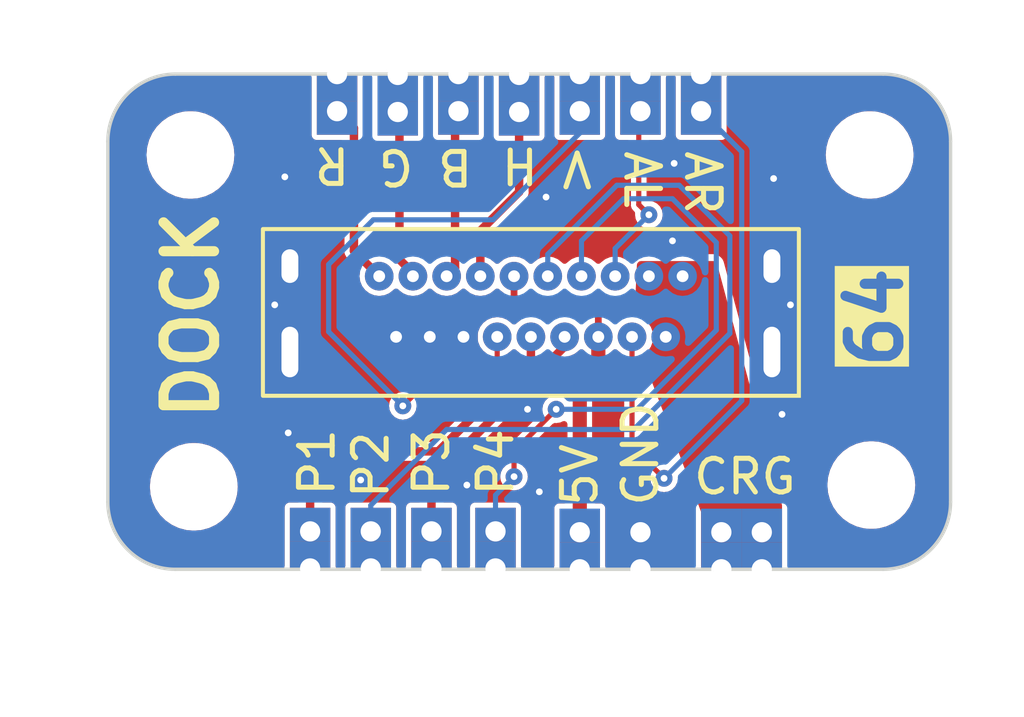
<source format=kicad_pcb>
(kicad_pcb (version 20221018) (generator pcbnew)
  (layers (0 "F.Cu" signal) (31 "B.Cu" signal) (34 "B.Paste" user) (35 "F.Paste" user) (36 "B.SilkS" user "B.Silkscreen") (37 "F.SilkS" user "F.Silkscreen") (38 "B.Mask" user) (39 "F.Mask" user) (44 "Edge.Cuts" user))
  (net 0 "")
  (net 1 "R")
  (net 2 "GND")
  (net 3 "G")
  (net 4 "B")
  (net 5 "H")
  (net 6 "V")
  (net 7 "5v")
  (net 8 "C1")
  (net 9 "C2")
  (net 10 "C3")
  (net 11 "C4")
  (net 12 "AL")
  (net 13 "AR")
  (net 14 "CHARGE")
  (footprint "MountingHole:MountingHole_2.2mm_M2" (layer "F.Cu") (at 133.45 90.9)
    (fp_text reference "H3" hide)
    (fp_text value "MountingHole" hide)
    (pad "" np_thru_hole circle (at 0 0) (size 2.2 2.2) (drill 2.2) (layers "*.Cu" "*.Mask"))
  )
  (footprint "nold-customs:CasPowerPad 2x1" (layer "F.Cu") (at 118.6 93.375 90)
    (fp_text reference "R6" hide)
    (fp_text value "P2" (at 2 0 90 unlocked) (layer "F.SilkS") (effects (justify left)))
    (pad "1" thru_hole rect (at 0 0 90) (size 0.8 1.2) (drill 0.6 (offset 0.4 0)) (property pad_prop_castellated) (layers "*.Cu" "*.Mask") (net 9 "C2"))
    (pad "1" thru_hole rect (at 1.1 0 90) (size 1 1.2) (drill 0.6 (offset 0.2 0)) (property pad_prop_castellated) (layers "*.Cu" "*.Mask") (net 9 "C2"))
  )
  (footprint "nold-customs:CasPowerPad 2x1" (layer "F.Cu") (at 128.4 78.7 -90)
    (fp_text reference "R10" hide)
    (fp_text value "AR" (at 2.2 -0.05 -90 unlocked) (layer "F.SilkS") (effects (justify left)))
    (pad "1" thru_hole rect (at 0 0 270) (size 0.8 1.2) (drill 0.6 (offset 0.4 0)) (property pad_prop_castellated) (layers "*.Cu" "*.Mask") (net 13 "AR"))
    (pad "1" thru_hole rect (at 1.1 0 270) (size 1 1.2) (drill 0.6 (offset 0.2 0)) (property pad_prop_castellated) (layers "*.Cu" "*.Mask") (net 13 "AR"))
  )
  (footprint "nold-customs:HDMI Male Type-A Elecbee" (layer "F.Cu") (at 123.35 86.55)
    (fp_text reference "J1" hide)
    (fp_text value "SS-53000-001")
    (fp_rect (start 7.95 1.7) (end -7.95 -3.25) (stroke (width 0.12)) (fill none) (layer "F.SilkS"))
    (pad "1" thru_hole circle (at -4.5 -1.85 90) (size 0.85 0.85) (drill 0.35) (layers "*.Cu" "*.Mask") (net 1 "R"))
    (pad "2" thru_hole circle (at -4 -0.05 90) (size 0.85 0.85) (drill 0.35) (layers "*.Cu" "*.Mask") (net 2 "GND"))
    (pad "3" thru_hole circle (at -3.5 -1.85 90) (size 0.85 0.85) (drill 0.35) (layers "*.Cu" "*.Mask") (net 3 "G"))
    (pad "4" thru_hole circle (at -3 -0.05 90) (size 0.85 0.85) (drill 0.35) (layers "*.Cu" "*.Mask") (net 2 "GND"))
    (pad "5" thru_hole circle (at -2.5 -1.85 90) (size 0.85 0.85) (drill 0.35) (layers "*.Cu" "*.Mask") (net 4 "B"))
    (pad "6" thru_hole circle (at -2 -0.05 90) (size 0.85 0.85) (drill 0.35) (layers "*.Cu" "*.Mask") (net 2 "GND"))
    (pad "7" thru_hole circle (at -1.5 -1.85 90) (size 0.85 0.85) (drill 0.35) (layers "*.Cu" "*.Mask") (net 5 "H"))
    (pad "8" thru_hole circle (at -1 -0.05 90) (size 0.85 0.85) (drill 0.35) (layers "*.Cu" "*.Mask") (net 6 "V"))
    (pad "9" thru_hole circle (at -0.5 -1.85 90) (size 0.85 0.85) (drill 0.35) (layers "*.Cu" "*.Mask") (net 7 "5v"))
    (pad "10" thru_hole circle (at 0 -0.05 90) (size 0.85 0.85) (drill 0.35) (layers "*.Cu" "*.Mask") (net 8 "C1"))
    (pad "11" thru_hole circle (at 0.5 -1.85 90) (size 0.85 0.85) (drill 0.35) (layers "*.Cu" "*.Mask") (net 9 "C2"))
    (pad "12" thru_hole circle (at 1 -0.05 90) (size 0.85 0.85) (drill 0.35) (layers "*.Cu" "*.Mask") (net 10 "C3"))
    (pad "13" thru_hole circle (at 1.5 -1.85 90) (size 0.85 0.85) (drill 0.35) (layers "*.Cu" "*.Mask") (net 11 "C4"))
    (pad "14" thru_hole circle (at 2 -0.05 90) (size 0.85 0.85) (drill 0.35) (layers "*.Cu" "*.Mask") (net 7 "5v"))
    (pad "15" thru_hole circle (at 2.5 -1.85 90) (size 0.85 0.85) (drill 0.35) (layers "*.Cu" "*.Mask") (net 12 "AL"))
    (pad "16" thru_hole circle (at 3 -0.05 90) (size 0.85 0.85) (drill 0.35) (layers "*.Cu" "*.Mask") (net 13 "AR"))
    (pad "17" thru_hole circle (at 3.5 -1.85 90) (size 0.85 0.85) (drill 0.35) (layers "*.Cu" "*.Mask") (net 14 "CHARGE"))
    (pad "18" thru_hole circle (at 4 -0.05 90) (size 0.85 0.85) (drill 0.35) (layers "*.Cu" "*.Mask") (net 14 "CHARGE"))
    (pad "19" thru_hole circle (at 4.5 -1.85 90) (size 0.85 0.85) (drill 0.35) (layers "*.Cu" "*.Mask") (net 14 "CHARGE"))
    (pad "S1" thru_hole oval (at 7.15 0.4 270) (size 2 1) (drill oval 1.5 0.5) (layers "*.Cu" "*.Mask") (net 2 "GND"))
    (pad "S2" thru_hole oval (at 7.15 -2.15 90) (size 1.5 1) (drill oval 1 0.5) (layers "*.Cu" "*.Mask") (net 2 "GND"))
    (pad "S3" thru_hole oval (at -7.15 0.4 90) (size 2 1) (drill oval 1.5 0.5) (layers "*.Cu" "*.Mask") (net 2 "GND"))
    (pad "S4" thru_hole oval (at -7.15 -2.15 90) (size 1.5 1) (drill oval 1 0.5) (layers "*.Cu" "*.Mask") (net 2 "GND"))
  )
  (footprint "nold-customs:CasPowerPad 2x1" (layer "F.Cu") (at 122.3 93.375 90)
    (fp_text reference "R8" hide)
    (fp_text value "P4" (at 2.075 0 90 unlocked) (layer "F.SilkS") (effects (justify left)))
    (pad "1" thru_hole rect (at 0 0 90) (size 0.8 1.2) (drill 0.6 (offset 0.4 0)) (property pad_prop_castellated) (layers "*.Cu" "*.Mask") (net 11 "C4"))
    (pad "1" thru_hole rect (at 1.1 0 90) (size 1 1.2) (drill 0.6 (offset 0.2 0)) (property pad_prop_castellated) (layers "*.Cu" "*.Mask") (net 11 "C4"))
  )
  (footprint "nold-customs:CasPowerPad 2x1" (layer "F.Cu") (at 116.8 93.375 90)
    (fp_text reference "R5" hide)
    (fp_text value "P1" (at 2.075 0.2 90 unlocked) (layer "F.SilkS") (effects (justify left)))
    (pad "1" thru_hole rect (at 0 0 90) (size 0.8 1.2) (drill 0.6 (offset 0.4 0)) (property pad_prop_castellated) (layers "*.Cu" "*.Mask") (net 8 "C1"))
    (pad "1" thru_hole rect (at 1.1 0 90) (size 1 1.2) (drill 0.6 (offset 0.2 0)) (property pad_prop_castellated) (layers "*.Cu" "*.Mask") (net 8 "C1"))
  )
  (footprint "MountingHole:MountingHole_2.2mm_M2" (layer "F.Cu") (at 133.4 81.1)
    (fp_text reference "H4" hide)
    (fp_text value "MountingHole" hide)
    (pad "" np_thru_hole circle (at 0 0) (size 2.2 2.2) (drill 2.2) (layers "*.Cu" "*.Mask"))
  )
  (footprint "MountingHole:MountingHole_2.2mm_M2" (layer "F.Cu") (at 113.35 90.95)
    (fp_text reference "H2" hide)
    (fp_text value "MountingHole" hide)
    (pad "" np_thru_hole circle (at 0 0) (size 2.2 2.2) (drill 2.2) (layers "*.Cu" "*.Mask"))
  )
  (footprint "nold-customs:CasPowerPad 2x1" (layer "F.Cu") (at 126.6 78.7 -90)
    (fp_text reference "R9" hide)
    (fp_text value "AL" (at 2.2 -0.05 -90 unlocked) (layer "F.SilkS") (effects (justify left)))
    (pad "1" thru_hole rect (at 0 0 270) (size 0.8 1.2) (drill 0.6 (offset 0.4 0)) (property pad_prop_castellated) (layers "*.Cu" "*.Mask") (net 12 "AL"))
    (pad "1" thru_hole rect (at 1.1 0 270) (size 1 1.2) (drill 0.6 (offset 0.2 0)) (property pad_prop_castellated) (layers "*.Cu" "*.Mask") (net 12 "AL"))
  )
  (footprint "nold-customs:CasPowerPad 2x1" (layer "F.Cu") (at 120.4 93.375 90)
    (fp_text reference "R7" hide)
    (fp_text value "P3" (at 2.075 0 90 unlocked) (layer "F.SilkS") (effects (justify left)))
    (pad "1" thru_hole rect (at 0 0 90) (size 0.8 1.2) (drill 0.6 (offset 0.4 0)) (property pad_prop_castellated) (layers "*.Cu" "*.Mask") (net 10 "C3"))
    (pad "1" thru_hole rect (at 1.1 0 90) (size 1 1.2) (drill 0.6 (offset 0.2 0)) (property pad_prop_castellated) (layers "*.Cu" "*.Mask") (net 10 "C3"))
  )
  (footprint "nold-customs:CasPowerPad 2x1" (layer "F.Cu") (at 117.6 78.7 -90)
    (fp_text reference "R13" hide)
    (fp_text value "R" (at 2.7 -0.45 -180 unlocked) (layer "F.SilkS") (effects (justify left)))
    (pad "1" thru_hole rect (at 0 0 270) (size 0.8 1.2) (drill 0.6 (offset 0.4 0)) (property pad_prop_castellated) (layers "*.Cu" "*.Mask") (net 1 "R"))
    (pad "1" thru_hole rect (at 1.1 0 270) (size 1 1.2) (drill 0.6 (offset 0.2 0)) (property pad_prop_castellated) (layers "*.Cu" "*.Mask") (net 1 "R"))
  )
  (footprint "nold-customs:CasPowerPad 2x1" (layer "F.Cu") (at 123 78.725 -90)
    (fp_text reference "R3" hide)
    (fp_text value "H" (at 2.775 0.6 unlocked) (layer "F.SilkS") (effects (justify left)))
    (pad "1" thru_hole rect (at 0 0 270) (size 0.8 1.2) (drill 0.6 (offset 0.4 0)) (property pad_prop_castellated) (layers "*.Cu" "*.Mask") (net 5 "H"))
    (pad "1" thru_hole rect (at 1.1 0 270) (size 1 1.2) (drill 0.6 (offset 0.2 0)) (property pad_prop_castellated) (layers "*.Cu" "*.Mask") (net 5 "H"))
  )
  (footprint "nold-customs:CasPowerPad 2x1" (layer "F.Cu") (at 124.8 93.4 90)
    (fp_text reference "R12" hide)
    (fp_text value "5V" (at 1.8 0 90 unlocked) (layer "F.SilkS") (effects (justify left)))
    (pad "1" thru_hole rect (at 0 0 90) (size 0.8 1.2) (drill 0.6 (offset 0.4 0)) (property pad_prop_castellated) (layers "*.Cu" "*.Mask") (net 7 "5v"))
    (pad "1" thru_hole rect (at 1.1 0 90) (size 1 1.2) (drill 0.6 (offset 0.2 0)) (property pad_prop_castellated) (layers "*.Cu" "*.Mask") (net 7 "5v"))
  )
  (footprint "nold-customs:CasPowerPad 2x1" (layer "F.Cu") (at 126.6 93.4 90)
    (fp_text reference "R11" hide)
    (fp_text value "GND" (at 1.8 0 90 unlocked) (layer "F.SilkS") (effects (justify left)))
    (pad "1" thru_hole rect (at 0 0 90) (size 0.8 1.2) (drill 0.6 (offset 0.4 0)) (property pad_prop_castellated) (layers "*.Cu" "*.Mask") (net 2 "GND"))
    (pad "1" thru_hole rect (at 1.1 0 90) (size 1 1.2) (drill 0.6 (offset 0.2 0)) (property pad_prop_castellated) (layers "*.Cu" "*.Mask") (net 2 "GND"))
  )
  (footprint "MountingHole:MountingHole_2.2mm_M2" (layer "F.Cu") (at 113.25 81.1)
    (fp_text reference "H1" hide)
    (fp_text value "MountingHole" hide)
    (pad "" np_thru_hole circle (at 0 0) (size 2.2 2.2) (drill 2.2) (layers "*.Cu" "*.Mask"))
  )
  (footprint "nold-customs:CasPowerPad 2x1" (layer "F.Cu") (at 121.2 78.7 -90)
    (fp_text reference "R2" hide)
    (fp_text value "B" (at 2.75 -0.5 -180 unlocked) (layer "F.SilkS") (effects (justify left)))
    (pad "1" thru_hole rect (at 0 0 270) (size 0.8 1.2) (drill 0.6 (offset 0.4 0)) (property pad_prop_castellated) (layers "*.Cu" "*.Mask") (net 4 "B"))
    (pad "1" thru_hole rect (at 1.1 0 270) (size 1 1.2) (drill 0.6 (offset 0.2 0)) (property pad_prop_castellated) (layers "*.Cu" "*.Mask") (net 4 "B"))
  )
  (footprint "nold-customs:CasPowerPad 2x2" (layer "F.Cu") (at 129 93.4 90)
    (fp_text reference "U1" hide)
    (fp_text value "CRG" (at 2.75 -0.9 unlocked) (layer "F.SilkS") (effects (justify left)))
    (pad "1" thru_hole rect (at 0 0 90) (size 0.8 1.2) (drill 0.6 (offset 0.4 0)) (property pad_prop_castellated) (layers "*.Cu" "*.Mask") (net 14 "CHARGE"))
    (pad "1" thru_hole rect (at 0 1.2 90) (size 0.8 1.2) (drill 0.6 (offset 0.4 0)) (property pad_prop_castellated) (layers "*.Cu" "*.Mask") (net 14 "CHARGE"))
    (pad "1" thru_hole rect (at 1.1 0 90) (size 1 1.2) (drill 0.6 (offset 0.2 0)) (property pad_prop_castellated) (layers "*.Cu" "*.Mask") (net 14 "CHARGE"))
    (pad "1" thru_hole rect (at 1.1 1.2 90) (size 1 1.2) (drill 0.6 (offset 0.2 0)) (property pad_prop_castellated) (layers "*.Cu" "*.Mask") (net 14 "CHARGE"))
  )
  (footprint "nold-customs:CasPowerPad 2x1" (layer "F.Cu") (at 119.4 78.725 -90)
    (fp_text reference "R1" hide)
    (fp_text value "G" (at 2.725 -0.55 -180 unlocked) (layer "F.SilkS") (effects (justify left)))
    (pad "1" thru_hole rect (at 0 0 270) (size 0.8 1.2) (drill 0.6 (offset 0.4 0)) (property pad_prop_castellated) (layers "*.Cu" "*.Mask") (net 3 "G"))
    (pad "1" thru_hole rect (at 1.1 0 270) (size 1 1.2) (drill 0.6 (offset 0.2 0)) (property pad_prop_castellated) (layers "*.Cu" "*.Mask") (net 3 "G"))
  )
  (footprint "nold-customs:CasPowerPad 2x1" (layer "F.Cu") (at 124.8 78.7 -90)
    (fp_text reference "R4" hide)
    (fp_text value "V" (at 2.8 -0.45 -180 unlocked) (layer "F.SilkS") (effects (justify left)))
    (pad "1" thru_hole rect (at 0 0 270) (size 0.8 1.2) (drill 0.6 (offset 0.4 0)) (property pad_prop_castellated) (layers "*.Cu" "*.Mask") (net 6 "V"))
    (pad "1" thru_hole rect (at 1.1 0 270) (size 1 1.2) (drill 0.6 (offset 0.2 0)) (property pad_prop_castellated) (layers "*.Cu" "*.Mask") (net 6 "V"))
  )
  (gr_line (start 110.8 91.4) (end 110.8 80.7) (stroke (width 0.1)) (layer "Edge.Cuts"))
  (gr_arc (start 110.8 80.7) (mid 111.385786 79.285786) (end 112.8 78.7) (stroke (width 0.1)) (layer "Edge.Cuts"))
  (gr_line (start 112.8 78.7) (end 133.8 78.7) (stroke (width 0.1)) (layer "Edge.Cuts"))
  (gr_line (start 133.8 93.4) (end 112.8 93.4) (stroke (width 0.1)) (layer "Edge.Cuts"))
  (gr_line (start 135.8 80.7) (end 135.8 91.4) (stroke (width 0.1)) (layer "Edge.Cuts"))
  (gr_arc (start 133.8 78.7) (mid 135.214214 79.285786) (end 135.8 80.7) (stroke (width 0.1)) (layer "Edge.Cuts"))
  (gr_arc (start 112.8 93.4) (mid 111.385786 92.814214) (end 110.8 91.4) (stroke (width 0.1)) (layer "Edge.Cuts"))
  (gr_arc (start 135.8 91.4) (mid 135.214214 92.814214) (end 133.8 93.4) (stroke (width 0.1)) (layer "Edge.Cuts"))
  (gr_text "64" (at 134.45 87.55 90) (layer "F.SilkS" knockout) (effects (font (size 1.5 1.5) (thickness 0.3) bold) (justify left bottom)))
  (gr_text "DOCK" (at 114.15 85.85 90) (layer "F.SilkS") (effects (font (size 1.5 1.5) (thickness 0.3) bold) (justify bottom)))
  (segment (start 118.1 83.95) (end 118.1 80.3) (width 0.25) (layer "F.Cu") (net 1))
  (segment (start 118.1 80.3) (end 117.6 79.8) (width 0.25) (layer "F.Cu") (net 1))
  (segment (start 118.85 84.7) (end 118.1 83.95) (width 0.25) (layer "F.Cu") (net 1))
  (via (at 127.6 81.35) (size 0.5) (drill 0.2) (layers "F.Cu" "B.Cu") (net 2))
  (via (at 115.75 85.55) (size 0.5) (drill 0.2) (layers "F.Cu" "B.Cu") (net 2))
  (via (at 131.05 85.55) (size 0.5) (drill 0.2) (layers "F.Cu" "B.Cu") (net 2))
  (via (at 123.6 91.1) (size 0.5) (drill 0.2) (layers "F.Cu" "B.Cu") (net 2))
  (via (at 116.15 89.35) (size 0.5) (drill 0.2) (layers "F.Cu" "B.Cu") (net 2))
  (via (at 130.8 88.8) (size 0.5) (drill 0.2) (layers "F.Cu" "B.Cu") (net 2))
  (via (at 116.05 81.75) (size 0.5) (drill 0.2) (layers "F.Cu" "B.Cu") (net 2))
  (via (at 121.45 90.9) (size 0.5) (drill 0.2) (layers "F.Cu" "B.Cu") (net 2))
  (via (at 127.55 83.65) (size 0.5) (drill 0.2) (layers "F.Cu" "B.Cu") (net 2))
  (via (at 130.55 81.8) (size 0.5) (drill 0.2) (layers "F.Cu" "B.Cu") (net 2))
  (via (at 118.3 90.75) (size 0.5) (drill 0.2) (layers "F.Cu" "B.Cu") (net 2))
  (via (at 123.25 88.65) (size 0.5) (drill 0.2) (layers "F.Cu" "B.Cu") (net 2))
  (via (at 123.8 82.35) (size 0.5) (drill 0.2) (layers "F.Cu" "B.Cu") (net 2))
  (segment (start 119.85 84.603984) (end 119.85 84.7) (width 0.25) (layer "F.Cu") (net 3))
  (segment (start 119.45 84.203984) (end 119.85 84.603984) (width 0.25) (layer "F.Cu") (net 3))
  (segment (start 119.4 79.825) (end 119.45 79.875) (width 0.25) (layer "F.Cu") (net 3))
  (segment (start 119.45 79.875) (end 119.45 84.203984) (width 0.25) (layer "F.Cu") (net 3))
  (segment (start 121.2 79.8) (end 121.1 79.9) (width 0.25) (layer "F.Cu") (net 4))
  (segment (start 121.1 84.45) (end 120.85 84.7) (width 0.25) (layer "F.Cu") (net 4))
  (segment (start 121.1 79.9) (end 121.1 84.45) (width 0.25) (layer "F.Cu") (net 4))
  (segment (start 123 79.825) (end 123 82.2) (width 0.25) (layer "F.Cu") (net 5))
  (segment (start 121.85 83.35) (end 121.85 84.7) (width 0.25) (layer "F.Cu") (net 5))
  (segment (start 123 82.2) (end 121.85 83.35) (width 0.25) (layer "F.Cu") (net 5))
  (segment (start 119.55 88.55) (end 120.5 87.6) (width 0.152) (layer "F.Cu") (net 6))
  (segment (start 120.5 87.6) (end 121.886396 87.6) (width 0.152) (layer "F.Cu") (net 6))
  (segment (start 121.886396 87.6) (end 122.35 87.136396) (width 0.152) (layer "F.Cu") (net 6))
  (segment (start 122.35 87.136396) (end 122.35 86.5) (width 0.152) (layer "F.Cu") (net 6))
  (via (at 119.55 88.55) (size 0.5) (drill 0.2) (layers "F.Cu" "B.Cu") (net 6))
  (segment (start 122.224 83.026) (end 124.8 80.45) (width 0.152) (layer "B.Cu") (net 6))
  (segment (start 117.35 86.35) (end 117.35 84.35) (width 0.152) (layer "B.Cu") (net 6))
  (segment (start 119.55 88.55) (end 117.35 86.35) (width 0.152) (layer "B.Cu") (net 6))
  (segment (start 117.35 84.35) (end 118.674 83.026) (width 0.152) (layer "B.Cu") (net 6))
  (segment (start 124.8 80.45) (end 124.8 79.8) (width 0.152) (layer "B.Cu") (net 6))
  (segment (start 118.674 83.026) (end 122.224 83.026) (width 0.152) (layer "B.Cu") (net 6))
  (segment (start 123.15 85.6) (end 125.086396 85.6) (width 0.2) (layer "F.Cu") (net 7))
  (segment (start 125.35 86.5) (end 125.35 87.65) (width 0.42) (layer "F.Cu") (net 7))
  (segment (start 122.85 85.3) (end 123.15 85.6) (width 0.2) (layer "F.Cu") (net 7))
  (segment (start 125.35 85.863604) (end 125.35 86.5) (width 0.2) (layer "F.Cu") (net 7))
  (segment (start 125.35 87.65) (end 124.8 88.2) (width 0.42) (layer "F.Cu") (net 7))
  (segment (start 125.086396 85.6) (end 125.35 85.863604) (width 0.2) (layer "F.Cu") (net 7))
  (segment (start 124.8 88.2) (end 124.8 92.3) (width 0.42) (layer "F.Cu") (net 7))
  (segment (start 122.85 84.7) (end 122.85 85.3) (width 0.2) (layer "F.Cu") (net 7))
  (segment (start 116.8 91.1) (end 118 89.9) (width 0.25) (layer "F.Cu") (net 8))
  (segment (start 120.6 89.9) (end 123.35 87.15) (width 0.25) (layer "F.Cu") (net 8))
  (segment (start 123.35 87.15) (end 123.35 86.5) (width 0.25) (layer "F.Cu") (net 8))
  (segment (start 118 89.9) (end 120.6 89.9) (width 0.25) (layer "F.Cu") (net 8))
  (segment (start 116.8 92.275) (end 116.8 91.1) (width 0.25) (layer "F.Cu") (net 8))
  (segment (start 126.399999 89.25) (end 129.252 86.397999) (width 0.152) (layer "B.Cu") (net 9))
  (segment (start 120.85 89.25) (end 126.399999 89.25) (width 0.152) (layer "B.Cu") (net 9))
  (segment (start 118.6 91.5) (end 120.85 89.25) (width 0.152) (layer "B.Cu") (net 9))
  (segment (start 127.75 82) (end 125.9 82) (width 0.152) (layer "B.Cu") (net 9))
  (segment (start 125.9 82) (end 123.85 84.05) (width 0.152) (layer "B.Cu") (net 9))
  (segment (start 129.252 86.397999) (end 129.252 83.502) (width 0.152) (layer "B.Cu") (net 9))
  (segment (start 118.6 92.275) (end 118.6 91.5) (width 0.152) (layer "B.Cu") (net 9))
  (segment (start 123.85 84.05) (end 123.85 84.7) (width 0.152) (layer "B.Cu") (net 9))
  (segment (start 129.252 83.502) (end 127.75 82) (width 0.152) (layer "B.Cu") (net 9))
  (segment (start 120.4 92.275) (end 120.4 90.736396) (width 0.25) (layer "F.Cu") (net 10))
  (segment (start 120.4 90.736396) (end 124.35 86.786396) (width 0.25) (layer "F.Cu") (net 10))
  (segment (start 124.35 86.786396) (end 124.35 86.5) (width 0.25) (layer "F.Cu") (net 10))
  (segment (start 122.85 89.9) (end 122.85 90.65) (width 0.152) (layer "F.Cu") (net 11))
  (segment (start 124.1 88.65) (end 122.85 89.9) (width 0.152) (layer "F.Cu") (net 11))
  (via (at 124.1 88.65) (size 0.5) (drill 0.2) (layers "F.Cu" "B.Cu") (net 11))
  (via (at 122.85 90.65) (size 0.5) (drill 0.2) (layers "F.Cu" "B.Cu") (net 11))
  (segment (start 128.85 86.302196) (end 128.85 83.7) (width 0.152) (layer "B.Cu") (net 11))
  (segment (start 124.1 88.65) (end 126.502196 88.65) (width 0.152) (layer "B.Cu") (net 11))
  (segment (start 122.3 92.275) (end 122.3 91.2) (width 0.152) (layer "B.Cu") (net 11))
  (segment (start 122.3 91.2) (end 122.85 90.65) (width 0.152) (layer "B.Cu") (net 11))
  (segment (start 126.1 82.4) (end 124.85 83.65) (width 0.152) (layer "B.Cu") (net 11))
  (segment (start 127.55 82.4) (end 126.1 82.4) (width 0.152) (layer "B.Cu") (net 11))
  (segment (start 124.85 83.65) (end 124.85 84.7) (width 0.152) (layer "B.Cu") (net 11))
  (segment (start 126.502196 88.65) (end 128.85 86.302196) (width 0.152) (layer "B.Cu") (net 11))
  (segment (start 128.85 83.7) (end 127.55 82.4) (width 0.152) (layer "B.Cu") (net 11))
  (segment (start 126.55 79.85) (end 126.6 79.8) (width 0.152) (layer "F.Cu") (net 12))
  (segment (start 126.55 82.5755) (end 126.55 79.85) (width 0.152) (layer "F.Cu") (net 12))
  (segment (start 126.85 82.8755) (end 126.55 82.5755) (width 0.152) (layer "F.Cu") (net 12))
  (via (at 126.85 82.8755) (size 0.5) (drill 0.2) (layers "F.Cu" "B.Cu") (net 12))
  (segment (start 126.85 82.8755) (end 125.85 83.8755) (width 0.152) (layer "B.Cu") (net 12))
  (segment (start 125.85 83.8755) (end 125.85 84.7) (width 0.152) (layer "B.Cu") (net 12))
  (segment (start 126.35 89.75) (end 127.3 90.7) (width 0.152) (layer "F.Cu") (net 13))
  (segment (start 126.35 86.5) (end 126.35 89.75) (width 0.152) (layer "F.Cu") (net 13))
  (via (at 127.3 90.7) (size 0.5) (drill 0.2) (layers "F.Cu" "B.Cu") (net 13))
  (segment (start 129.604 81.004) (end 128.4 79.8) (width 0.152) (layer "B.Cu") (net 13))
  (segment (start 127.3 90.7) (end 129.604 88.396) (width 0.152) (layer "B.Cu") (net 13))
  (segment (start 129.604 88.396) (end 129.604 81.004) (width 0.152) (layer "B.Cu") (net 13))
  (zone (net 14) (net_name "CHARGE") (layer "F.Cu") (priority 2) (connect_pads yes (clearance 0.2)) (min_thickness 0.2) (fill yes (thermal_gap 0.5) (thermal_bridge_width 0.5) (smoothing fillet) (radius 0.1))
    (polygon (pts (xy 128.85 84.25) (xy 126.5 84.25) (xy 126.45 85.3) (xy 126.85 86.2) (xy 126.85 87.6) (xy 128.4 91.7) (xy 128.4 93.45) (xy 130.8 93.45) (xy 130.8 91.5)))
  )
  (zone (net 2) (net_name "GND") (layer "F.Cu") (connect_pads yes (clearance 0.155)) (min_thickness 0.2) (fill yes (thermal_gap 0.5) (thermal_bridge_width 0.5))
    (polygon (pts (xy 109.85 77) (xy 137.1 77.4) (xy 137.7 96.6) (xy 109.6 96.4)))
  )
  (zone (net 2) (net_name "GND") (layer "B.Cu") (priority 1) (connect_pads yes (clearance 0.155)) (min_thickness 0.2) (fill yes (thermal_gap 0.5) (thermal_bridge_width 0.5))
    (polygon (pts (xy 109.8 76.5) (xy 138 76.6) (xy 137.7 97.8) (xy 107.6 97.1)))
  )
)
</source>
